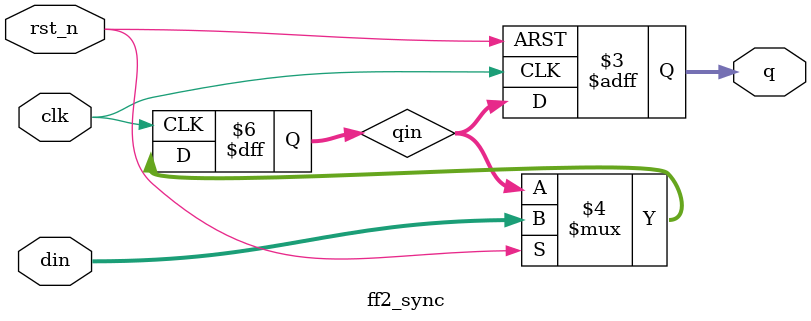
<source format=v>



`timescale 1ns/1ps
module ff2_sync #(parameter WIDTH=6)(
    input clk,rst_n,
    input [WIDTH-1:0]din,
    output reg[WIDTH-1:0]q
);
    //internal reg -- FF
    reg [WIDTH-1:0]qin;
    
    always@(posedge clk or negedge rst_n)begin
    
        if(!rst_n)
            q<=0;
        else begin
            qin<=din;
            q<=qin;
        end
    end

endmodule

</source>
